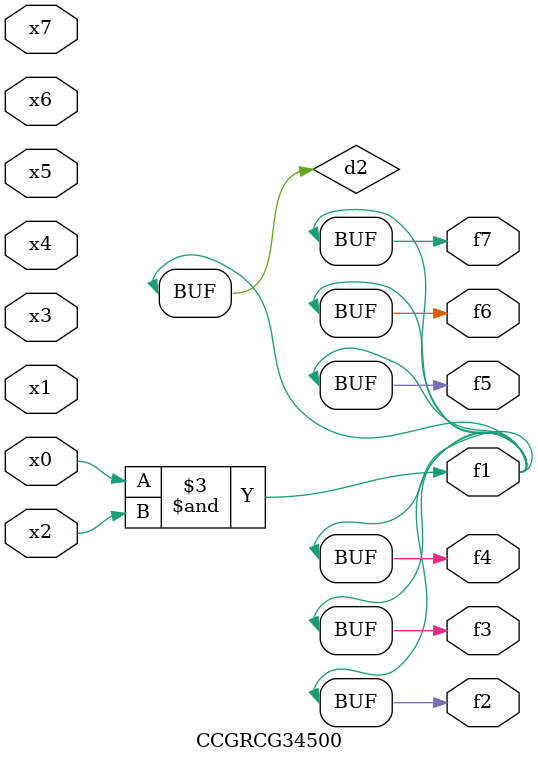
<source format=v>
module CCGRCG34500(
	input x0, x1, x2, x3, x4, x5, x6, x7,
	output f1, f2, f3, f4, f5, f6, f7
);

	wire d1, d2;

	nor (d1, x3, x6);
	and (d2, x0, x2);
	assign f1 = d2;
	assign f2 = d2;
	assign f3 = d2;
	assign f4 = d2;
	assign f5 = d2;
	assign f6 = d2;
	assign f7 = d2;
endmodule

</source>
